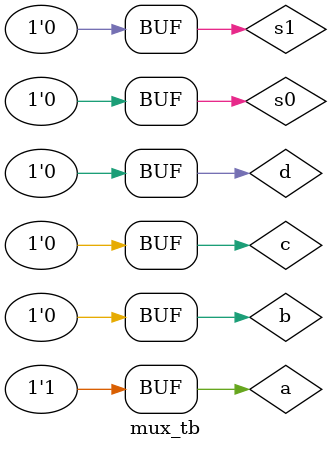
<source format=v>
module mux4x1(a,b,c,d,s0,s1,out);
  input a,b,c,d,s0,s1;
  output out;
  mux2x1 m1(a,b,s0,w1);
  mux2x1 m2(c,d,s0,w2);
  mux2x1 m3(w1,w2,s1,out);
endmodule
module mux2x1(a,b,s00,out1);
  input a,b,s00;
  output out1;
  wire s0bar;
  not(s0bar,s00);
  assign out1=(s0bar&a)|(s00&b);
endmodule

//Test Bench
module mux_tb;
  reg a,b,c,d,s0,s1;
  wire out;
  mux4x1 x1(a,b,c,d,s0,s1,out);
  initial begin
    a=1;b=0;c=1;d=1;s0=0;s1=1; #2;
    a=0;b=1;c=1;d=0;s0=0;s1=1; #2;
    a=0;b=0;c=1;d=0;s0=1;s1=0; #2;
    a=0;b=0;c=0;d=1;s0=1;s1=1; #2;
    a=1;b=0;c=0;d=0;s0=0;s1=0; #2;
  end
  initial begin
    $monitor("Sim Time: %t",$time);
  end
  initial begin
    $dumpfile("dump.vcd");
    $dumpvars;
  end
endmodule

</source>
